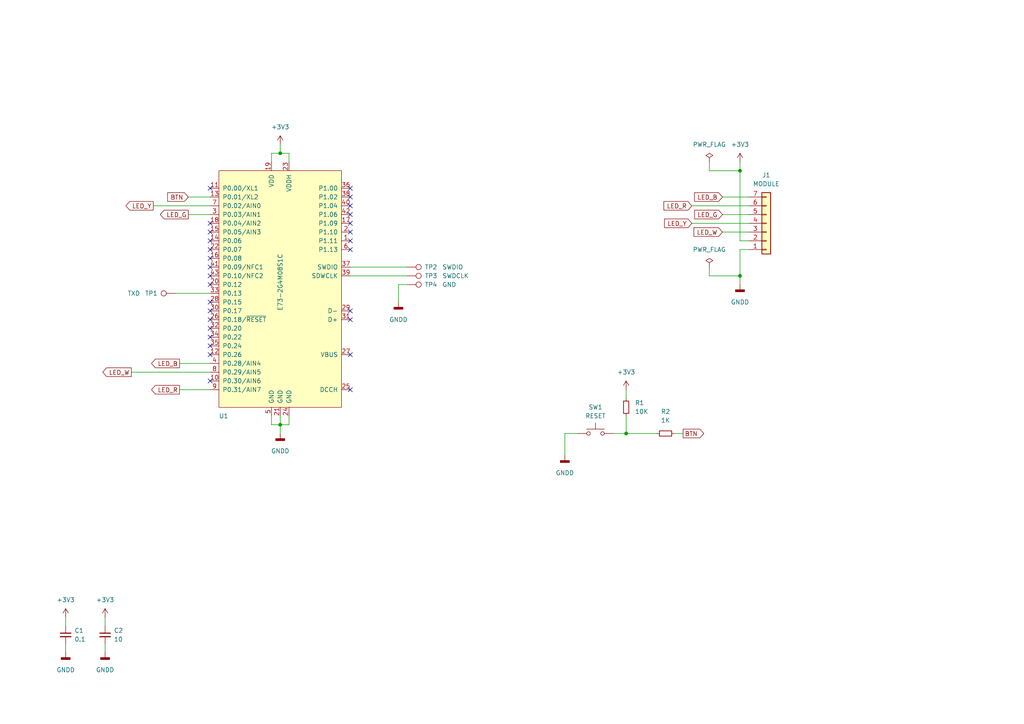
<source format=kicad_sch>
(kicad_sch (version 20211123) (generator eeschema)

  (uuid d4f8d1d6-079b-480f-a05d-f8203c120dc7)

  (paper "A4")

  (lib_symbols
    (symbol "Connector:TestPoint" (pin_numbers hide) (pin_names (offset 0.762) hide) (in_bom yes) (on_board yes)
      (property "Reference" "TP" (id 0) (at 0 6.858 0)
        (effects (font (size 1.27 1.27)))
      )
      (property "Value" "TestPoint" (id 1) (at 0 5.08 0)
        (effects (font (size 1.27 1.27)))
      )
      (property "Footprint" "" (id 2) (at 5.08 0 0)
        (effects (font (size 1.27 1.27)) hide)
      )
      (property "Datasheet" "~" (id 3) (at 5.08 0 0)
        (effects (font (size 1.27 1.27)) hide)
      )
      (property "ki_keywords" "test point tp" (id 4) (at 0 0 0)
        (effects (font (size 1.27 1.27)) hide)
      )
      (property "ki_description" "test point" (id 5) (at 0 0 0)
        (effects (font (size 1.27 1.27)) hide)
      )
      (property "ki_fp_filters" "Pin* Test*" (id 6) (at 0 0 0)
        (effects (font (size 1.27 1.27)) hide)
      )
      (symbol "TestPoint_0_1"
        (circle (center 0 3.302) (radius 0.762)
          (stroke (width 0) (type default) (color 0 0 0 0))
          (fill (type none))
        )
      )
      (symbol "TestPoint_1_1"
        (pin passive line (at 0 0 90) (length 2.54)
          (name "1" (effects (font (size 1.27 1.27))))
          (number "1" (effects (font (size 1.27 1.27))))
        )
      )
    )
    (symbol "Connector_Generic:Conn_01x07" (pin_names (offset 1.016) hide) (in_bom yes) (on_board yes)
      (property "Reference" "J" (id 0) (at 0 10.16 0)
        (effects (font (size 1.27 1.27)))
      )
      (property "Value" "Conn_01x07" (id 1) (at 0 -10.16 0)
        (effects (font (size 1.27 1.27)))
      )
      (property "Footprint" "" (id 2) (at 0 0 0)
        (effects (font (size 1.27 1.27)) hide)
      )
      (property "Datasheet" "~" (id 3) (at 0 0 0)
        (effects (font (size 1.27 1.27)) hide)
      )
      (property "ki_keywords" "connector" (id 4) (at 0 0 0)
        (effects (font (size 1.27 1.27)) hide)
      )
      (property "ki_description" "Generic connector, single row, 01x07, script generated (kicad-library-utils/schlib/autogen/connector/)" (id 5) (at 0 0 0)
        (effects (font (size 1.27 1.27)) hide)
      )
      (property "ki_fp_filters" "Connector*:*_1x??_*" (id 6) (at 0 0 0)
        (effects (font (size 1.27 1.27)) hide)
      )
      (symbol "Conn_01x07_1_1"
        (rectangle (start -1.27 -7.493) (end 0 -7.747)
          (stroke (width 0.1524) (type default) (color 0 0 0 0))
          (fill (type none))
        )
        (rectangle (start -1.27 -4.953) (end 0 -5.207)
          (stroke (width 0.1524) (type default) (color 0 0 0 0))
          (fill (type none))
        )
        (rectangle (start -1.27 -2.413) (end 0 -2.667)
          (stroke (width 0.1524) (type default) (color 0 0 0 0))
          (fill (type none))
        )
        (rectangle (start -1.27 0.127) (end 0 -0.127)
          (stroke (width 0.1524) (type default) (color 0 0 0 0))
          (fill (type none))
        )
        (rectangle (start -1.27 2.667) (end 0 2.413)
          (stroke (width 0.1524) (type default) (color 0 0 0 0))
          (fill (type none))
        )
        (rectangle (start -1.27 5.207) (end 0 4.953)
          (stroke (width 0.1524) (type default) (color 0 0 0 0))
          (fill (type none))
        )
        (rectangle (start -1.27 7.747) (end 0 7.493)
          (stroke (width 0.1524) (type default) (color 0 0 0 0))
          (fill (type none))
        )
        (rectangle (start -1.27 8.89) (end 1.27 -8.89)
          (stroke (width 0.254) (type default) (color 0 0 0 0))
          (fill (type background))
        )
        (pin passive line (at -5.08 7.62 0) (length 3.81)
          (name "Pin_1" (effects (font (size 1.27 1.27))))
          (number "1" (effects (font (size 1.27 1.27))))
        )
        (pin passive line (at -5.08 5.08 0) (length 3.81)
          (name "Pin_2" (effects (font (size 1.27 1.27))))
          (number "2" (effects (font (size 1.27 1.27))))
        )
        (pin passive line (at -5.08 2.54 0) (length 3.81)
          (name "Pin_3" (effects (font (size 1.27 1.27))))
          (number "3" (effects (font (size 1.27 1.27))))
        )
        (pin passive line (at -5.08 0 0) (length 3.81)
          (name "Pin_4" (effects (font (size 1.27 1.27))))
          (number "4" (effects (font (size 1.27 1.27))))
        )
        (pin passive line (at -5.08 -2.54 0) (length 3.81)
          (name "Pin_5" (effects (font (size 1.27 1.27))))
          (number "5" (effects (font (size 1.27 1.27))))
        )
        (pin passive line (at -5.08 -5.08 0) (length 3.81)
          (name "Pin_6" (effects (font (size 1.27 1.27))))
          (number "6" (effects (font (size 1.27 1.27))))
        )
        (pin passive line (at -5.08 -7.62 0) (length 3.81)
          (name "Pin_7" (effects (font (size 1.27 1.27))))
          (number "7" (effects (font (size 1.27 1.27))))
        )
      )
    )
    (symbol "Device:C_Small" (pin_numbers hide) (pin_names (offset 0.254) hide) (in_bom yes) (on_board yes)
      (property "Reference" "C" (id 0) (at 0.254 1.778 0)
        (effects (font (size 1.27 1.27)) (justify left))
      )
      (property "Value" "C_Small" (id 1) (at 0.254 -2.032 0)
        (effects (font (size 1.27 1.27)) (justify left))
      )
      (property "Footprint" "" (id 2) (at 0 0 0)
        (effects (font (size 1.27 1.27)) hide)
      )
      (property "Datasheet" "~" (id 3) (at 0 0 0)
        (effects (font (size 1.27 1.27)) hide)
      )
      (property "ki_keywords" "capacitor cap" (id 4) (at 0 0 0)
        (effects (font (size 1.27 1.27)) hide)
      )
      (property "ki_description" "Unpolarized capacitor, small symbol" (id 5) (at 0 0 0)
        (effects (font (size 1.27 1.27)) hide)
      )
      (property "ki_fp_filters" "C_*" (id 6) (at 0 0 0)
        (effects (font (size 1.27 1.27)) hide)
      )
      (symbol "C_Small_0_1"
        (polyline
          (pts
            (xy -1.524 -0.508)
            (xy 1.524 -0.508)
          )
          (stroke (width 0.3302) (type default) (color 0 0 0 0))
          (fill (type none))
        )
        (polyline
          (pts
            (xy -1.524 0.508)
            (xy 1.524 0.508)
          )
          (stroke (width 0.3048) (type default) (color 0 0 0 0))
          (fill (type none))
        )
      )
      (symbol "C_Small_1_1"
        (pin passive line (at 0 2.54 270) (length 2.032)
          (name "~" (effects (font (size 1.27 1.27))))
          (number "1" (effects (font (size 1.27 1.27))))
        )
        (pin passive line (at 0 -2.54 90) (length 2.032)
          (name "~" (effects (font (size 1.27 1.27))))
          (number "2" (effects (font (size 1.27 1.27))))
        )
      )
    )
    (symbol "Device:R_Small" (pin_numbers hide) (pin_names (offset 0.254) hide) (in_bom yes) (on_board yes)
      (property "Reference" "R" (id 0) (at 0.762 0.508 0)
        (effects (font (size 1.27 1.27)) (justify left))
      )
      (property "Value" "R_Small" (id 1) (at 0.762 -1.016 0)
        (effects (font (size 1.27 1.27)) (justify left))
      )
      (property "Footprint" "" (id 2) (at 0 0 0)
        (effects (font (size 1.27 1.27)) hide)
      )
      (property "Datasheet" "~" (id 3) (at 0 0 0)
        (effects (font (size 1.27 1.27)) hide)
      )
      (property "ki_keywords" "R resistor" (id 4) (at 0 0 0)
        (effects (font (size 1.27 1.27)) hide)
      )
      (property "ki_description" "Resistor, small symbol" (id 5) (at 0 0 0)
        (effects (font (size 1.27 1.27)) hide)
      )
      (property "ki_fp_filters" "R_*" (id 6) (at 0 0 0)
        (effects (font (size 1.27 1.27)) hide)
      )
      (symbol "R_Small_0_1"
        (rectangle (start -0.762 1.778) (end 0.762 -1.778)
          (stroke (width 0.2032) (type default) (color 0 0 0 0))
          (fill (type none))
        )
      )
      (symbol "R_Small_1_1"
        (pin passive line (at 0 2.54 270) (length 0.762)
          (name "~" (effects (font (size 1.27 1.27))))
          (number "1" (effects (font (size 1.27 1.27))))
        )
        (pin passive line (at 0 -2.54 90) (length 0.762)
          (name "~" (effects (font (size 1.27 1.27))))
          (number "2" (effects (font (size 1.27 1.27))))
        )
      )
    )
    (symbol "Switch:SW_Push" (pin_numbers hide) (pin_names (offset 1.016) hide) (in_bom yes) (on_board yes)
      (property "Reference" "SW" (id 0) (at 1.27 2.54 0)
        (effects (font (size 1.27 1.27)) (justify left))
      )
      (property "Value" "SW_Push" (id 1) (at 0 -1.524 0)
        (effects (font (size 1.27 1.27)))
      )
      (property "Footprint" "" (id 2) (at 0 5.08 0)
        (effects (font (size 1.27 1.27)) hide)
      )
      (property "Datasheet" "~" (id 3) (at 0 5.08 0)
        (effects (font (size 1.27 1.27)) hide)
      )
      (property "ki_keywords" "switch normally-open pushbutton push-button" (id 4) (at 0 0 0)
        (effects (font (size 1.27 1.27)) hide)
      )
      (property "ki_description" "Push button switch, generic, two pins" (id 5) (at 0 0 0)
        (effects (font (size 1.27 1.27)) hide)
      )
      (symbol "SW_Push_0_1"
        (circle (center -2.032 0) (radius 0.508)
          (stroke (width 0) (type default) (color 0 0 0 0))
          (fill (type none))
        )
        (polyline
          (pts
            (xy 0 1.27)
            (xy 0 3.048)
          )
          (stroke (width 0) (type default) (color 0 0 0 0))
          (fill (type none))
        )
        (polyline
          (pts
            (xy 2.54 1.27)
            (xy -2.54 1.27)
          )
          (stroke (width 0) (type default) (color 0 0 0 0))
          (fill (type none))
        )
        (circle (center 2.032 0) (radius 0.508)
          (stroke (width 0) (type default) (color 0 0 0 0))
          (fill (type none))
        )
        (pin passive line (at -5.08 0 0) (length 2.54)
          (name "1" (effects (font (size 1.27 1.27))))
          (number "1" (effects (font (size 1.27 1.27))))
        )
        (pin passive line (at 5.08 0 180) (length 2.54)
          (name "2" (effects (font (size 1.27 1.27))))
          (number "2" (effects (font (size 1.27 1.27))))
        )
      )
    )
    (symbol "nrf5:E73-2G4M08S1C" (pin_names (offset 1.016)) (in_bom yes) (on_board yes)
      (property "Reference" "U" (id 0) (at -15.24 -38.1 0)
        (effects (font (size 1.27 1.27)))
      )
      (property "Value" "E73-2G4M08S1C" (id 1) (at 0 0 90)
        (effects (font (size 1.27 1.27)))
      )
      (property "Footprint" "" (id 2) (at 0 0 0)
        (effects (font (size 1.27 1.27)) hide)
      )
      (property "Datasheet" "" (id 3) (at 0 0 0)
        (effects (font (size 1.27 1.27)) hide)
      )
      (property "ki_fp_filters" "E73-2G4M08S1C" (id 4) (at 0 0 0)
        (effects (font (size 1.27 1.27)) hide)
      )
      (symbol "E73-2G4M08S1C_0_1"
        (rectangle (start -17.78 33.02) (end 17.78 -35.56)
          (stroke (width 0) (type default) (color 0 0 0 0))
          (fill (type background))
        )
      )
      (symbol "E73-2G4M08S1C_1_1"
        (pin bidirectional line (at 20.32 12.7 180) (length 2.54)
          (name "P1.11" (effects (font (size 1.27 1.27))))
          (number "1" (effects (font (size 1.27 1.27))))
        )
        (pin bidirectional line (at -20.32 -27.94 0) (length 2.54)
          (name "P0.30/AIN6" (effects (font (size 1.27 1.27))))
          (number "10" (effects (font (size 1.27 1.27))))
        )
        (pin bidirectional line (at -20.32 27.94 0) (length 2.54)
          (name "P0.00/XL1" (effects (font (size 1.27 1.27))))
          (number "11" (effects (font (size 1.27 1.27))))
        )
        (pin bidirectional line (at -20.32 -20.32 0) (length 2.54)
          (name "P0.26" (effects (font (size 1.27 1.27))))
          (number "12" (effects (font (size 1.27 1.27))))
        )
        (pin bidirectional line (at -20.32 25.4 0) (length 2.54)
          (name "P0.01/XL2" (effects (font (size 1.27 1.27))))
          (number "13" (effects (font (size 1.27 1.27))))
        )
        (pin bidirectional line (at -20.32 12.7 0) (length 2.54)
          (name "P0.06" (effects (font (size 1.27 1.27))))
          (number "14" (effects (font (size 1.27 1.27))))
        )
        (pin bidirectional line (at -20.32 15.24 0) (length 2.54)
          (name "P0.05/AIN3" (effects (font (size 1.27 1.27))))
          (number "15" (effects (font (size 1.27 1.27))))
        )
        (pin bidirectional line (at -20.32 7.62 0) (length 2.54)
          (name "P0.08" (effects (font (size 1.27 1.27))))
          (number "16" (effects (font (size 1.27 1.27))))
        )
        (pin bidirectional line (at 20.32 17.78 180) (length 2.54)
          (name "P1.09" (effects (font (size 1.27 1.27))))
          (number "17" (effects (font (size 1.27 1.27))))
        )
        (pin bidirectional line (at -20.32 17.78 0) (length 2.54)
          (name "P0.04/AIN2" (effects (font (size 1.27 1.27))))
          (number "18" (effects (font (size 1.27 1.27))))
        )
        (pin power_in line (at -2.54 35.56 270) (length 2.54)
          (name "VDD" (effects (font (size 1.27 1.27))))
          (number "19" (effects (font (size 1.27 1.27))))
        )
        (pin bidirectional line (at 20.32 15.24 180) (length 2.54)
          (name "P1.10" (effects (font (size 1.27 1.27))))
          (number "2" (effects (font (size 1.27 1.27))))
        )
        (pin bidirectional line (at -20.32 0 0) (length 2.54)
          (name "P0.12" (effects (font (size 1.27 1.27))))
          (number "20" (effects (font (size 1.27 1.27))))
        )
        (pin power_in line (at 0 -38.1 90) (length 2.54)
          (name "GND" (effects (font (size 1.27 1.27))))
          (number "21" (effects (font (size 1.27 1.27))))
        )
        (pin bidirectional line (at -20.32 10.16 0) (length 2.54)
          (name "P0.07" (effects (font (size 1.27 1.27))))
          (number "22" (effects (font (size 1.27 1.27))))
        )
        (pin power_in line (at 2.54 35.56 270) (length 2.54)
          (name "VDDH" (effects (font (size 1.27 1.27))))
          (number "23" (effects (font (size 1.27 1.27))))
        )
        (pin power_in line (at 2.54 -38.1 90) (length 2.54)
          (name "GND" (effects (font (size 1.27 1.27))))
          (number "24" (effects (font (size 1.27 1.27))))
        )
        (pin power_out line (at 20.32 -30.48 180) (length 2.54)
          (name "DCCH" (effects (font (size 1.27 1.27))))
          (number "25" (effects (font (size 1.27 1.27))))
        )
        (pin bidirectional line (at -20.32 -10.16 0) (length 2.54)
          (name "P0.18/~{RESET}" (effects (font (size 1.27 1.27))))
          (number "26" (effects (font (size 1.27 1.27))))
        )
        (pin power_in line (at 20.32 -20.32 180) (length 2.54)
          (name "VBUS" (effects (font (size 1.27 1.27))))
          (number "27" (effects (font (size 1.27 1.27))))
        )
        (pin bidirectional line (at -20.32 -5.08 0) (length 2.54)
          (name "P0.15" (effects (font (size 1.27 1.27))))
          (number "28" (effects (font (size 1.27 1.27))))
        )
        (pin bidirectional line (at 20.32 -7.62 180) (length 2.54)
          (name "D-" (effects (font (size 1.27 1.27))))
          (number "29" (effects (font (size 1.27 1.27))))
        )
        (pin bidirectional line (at -20.32 20.32 0) (length 2.54)
          (name "P0.03/AIN1" (effects (font (size 1.27 1.27))))
          (number "3" (effects (font (size 1.27 1.27))))
        )
        (pin bidirectional line (at -20.32 -7.62 0) (length 2.54)
          (name "P0.17" (effects (font (size 1.27 1.27))))
          (number "30" (effects (font (size 1.27 1.27))))
        )
        (pin bidirectional line (at 20.32 -10.16 180) (length 2.54)
          (name "D+" (effects (font (size 1.27 1.27))))
          (number "31" (effects (font (size 1.27 1.27))))
        )
        (pin bidirectional line (at -20.32 -12.7 0) (length 2.54)
          (name "P0.20" (effects (font (size 1.27 1.27))))
          (number "32" (effects (font (size 1.27 1.27))))
        )
        (pin bidirectional line (at -20.32 -2.54 0) (length 2.54)
          (name "P0.13" (effects (font (size 1.27 1.27))))
          (number "33" (effects (font (size 1.27 1.27))))
        )
        (pin bidirectional line (at -20.32 -15.24 0) (length 2.54)
          (name "P0.22" (effects (font (size 1.27 1.27))))
          (number "34" (effects (font (size 1.27 1.27))))
        )
        (pin bidirectional line (at -20.32 -17.78 0) (length 2.54)
          (name "P0.24" (effects (font (size 1.27 1.27))))
          (number "35" (effects (font (size 1.27 1.27))))
        )
        (pin bidirectional line (at 20.32 27.94 180) (length 2.54)
          (name "P1.00" (effects (font (size 1.27 1.27))))
          (number "36" (effects (font (size 1.27 1.27))))
        )
        (pin bidirectional line (at 20.32 5.08 180) (length 2.54)
          (name "SWDIO" (effects (font (size 1.27 1.27))))
          (number "37" (effects (font (size 1.27 1.27))))
        )
        (pin bidirectional line (at 20.32 25.4 180) (length 2.54)
          (name "P1.02" (effects (font (size 1.27 1.27))))
          (number "38" (effects (font (size 1.27 1.27))))
        )
        (pin input line (at 20.32 2.54 180) (length 2.54)
          (name "SDWCLK" (effects (font (size 1.27 1.27))))
          (number "39" (effects (font (size 1.27 1.27))))
        )
        (pin bidirectional line (at -20.32 -22.86 0) (length 2.54)
          (name "P0.28/AIN4" (effects (font (size 1.27 1.27))))
          (number "4" (effects (font (size 1.27 1.27))))
        )
        (pin bidirectional line (at 20.32 22.86 180) (length 2.54)
          (name "P1.04" (effects (font (size 1.27 1.27))))
          (number "40" (effects (font (size 1.27 1.27))))
        )
        (pin bidirectional line (at -20.32 5.08 0) (length 2.54)
          (name "P0.09/NFC1" (effects (font (size 1.27 1.27))))
          (number "41" (effects (font (size 1.27 1.27))))
        )
        (pin bidirectional line (at 20.32 20.32 180) (length 2.54)
          (name "P1.06" (effects (font (size 1.27 1.27))))
          (number "42" (effects (font (size 1.27 1.27))))
        )
        (pin bidirectional line (at -20.32 2.54 0) (length 2.54)
          (name "P0.10/NFC2" (effects (font (size 1.27 1.27))))
          (number "43" (effects (font (size 1.27 1.27))))
        )
        (pin power_in line (at -2.54 -38.1 90) (length 2.54)
          (name "GND" (effects (font (size 1.27 1.27))))
          (number "5" (effects (font (size 1.27 1.27))))
        )
        (pin bidirectional line (at 20.32 10.16 180) (length 2.54)
          (name "P1.13" (effects (font (size 1.27 1.27))))
          (number "6" (effects (font (size 1.27 1.27))))
        )
        (pin bidirectional line (at -20.32 22.86 0) (length 2.54)
          (name "P0.02/AIN0" (effects (font (size 1.27 1.27))))
          (number "7" (effects (font (size 1.27 1.27))))
        )
        (pin bidirectional line (at -20.32 -25.4 0) (length 2.54)
          (name "P0.29/AIN5" (effects (font (size 1.27 1.27))))
          (number "8" (effects (font (size 1.27 1.27))))
        )
        (pin bidirectional line (at -20.32 -30.48 0) (length 2.54)
          (name "P0.31/AIN7" (effects (font (size 1.27 1.27))))
          (number "9" (effects (font (size 1.27 1.27))))
        )
      )
    )
    (symbol "power:+3.3V" (power) (pin_names (offset 0)) (in_bom yes) (on_board yes)
      (property "Reference" "#PWR" (id 0) (at 0 -3.81 0)
        (effects (font (size 1.27 1.27)) hide)
      )
      (property "Value" "+3.3V" (id 1) (at 0 3.556 0)
        (effects (font (size 1.27 1.27)))
      )
      (property "Footprint" "" (id 2) (at 0 0 0)
        (effects (font (size 1.27 1.27)) hide)
      )
      (property "Datasheet" "" (id 3) (at 0 0 0)
        (effects (font (size 1.27 1.27)) hide)
      )
      (property "ki_keywords" "power-flag" (id 4) (at 0 0 0)
        (effects (font (size 1.27 1.27)) hide)
      )
      (property "ki_description" "Power symbol creates a global label with name \"+3.3V\"" (id 5) (at 0 0 0)
        (effects (font (size 1.27 1.27)) hide)
      )
      (symbol "+3.3V_0_1"
        (polyline
          (pts
            (xy -0.762 1.27)
            (xy 0 2.54)
          )
          (stroke (width 0) (type default) (color 0 0 0 0))
          (fill (type none))
        )
        (polyline
          (pts
            (xy 0 0)
            (xy 0 2.54)
          )
          (stroke (width 0) (type default) (color 0 0 0 0))
          (fill (type none))
        )
        (polyline
          (pts
            (xy 0 2.54)
            (xy 0.762 1.27)
          )
          (stroke (width 0) (type default) (color 0 0 0 0))
          (fill (type none))
        )
      )
      (symbol "+3.3V_1_1"
        (pin power_in line (at 0 0 90) (length 0) hide
          (name "+3V3" (effects (font (size 1.27 1.27))))
          (number "1" (effects (font (size 1.27 1.27))))
        )
      )
    )
    (symbol "power:GNDD" (power) (pin_names (offset 0)) (in_bom yes) (on_board yes)
      (property "Reference" "#PWR" (id 0) (at 0 -6.35 0)
        (effects (font (size 1.27 1.27)) hide)
      )
      (property "Value" "GNDD" (id 1) (at 0 -3.175 0)
        (effects (font (size 1.27 1.27)))
      )
      (property "Footprint" "" (id 2) (at 0 0 0)
        (effects (font (size 1.27 1.27)) hide)
      )
      (property "Datasheet" "" (id 3) (at 0 0 0)
        (effects (font (size 1.27 1.27)) hide)
      )
      (property "ki_keywords" "power-flag" (id 4) (at 0 0 0)
        (effects (font (size 1.27 1.27)) hide)
      )
      (property "ki_description" "Power symbol creates a global label with name \"GNDD\" , digital ground" (id 5) (at 0 0 0)
        (effects (font (size 1.27 1.27)) hide)
      )
      (symbol "GNDD_0_1"
        (rectangle (start -1.27 -1.524) (end 1.27 -2.032)
          (stroke (width 0.254) (type default) (color 0 0 0 0))
          (fill (type outline))
        )
        (polyline
          (pts
            (xy 0 0)
            (xy 0 -1.524)
          )
          (stroke (width 0) (type default) (color 0 0 0 0))
          (fill (type none))
        )
      )
      (symbol "GNDD_1_1"
        (pin power_in line (at 0 0 270) (length 0) hide
          (name "GNDD" (effects (font (size 1.27 1.27))))
          (number "1" (effects (font (size 1.27 1.27))))
        )
      )
    )
    (symbol "power:PWR_FLAG" (power) (pin_numbers hide) (pin_names (offset 0) hide) (in_bom yes) (on_board yes)
      (property "Reference" "#FLG" (id 0) (at 0 1.905 0)
        (effects (font (size 1.27 1.27)) hide)
      )
      (property "Value" "PWR_FLAG" (id 1) (at 0 3.81 0)
        (effects (font (size 1.27 1.27)))
      )
      (property "Footprint" "" (id 2) (at 0 0 0)
        (effects (font (size 1.27 1.27)) hide)
      )
      (property "Datasheet" "~" (id 3) (at 0 0 0)
        (effects (font (size 1.27 1.27)) hide)
      )
      (property "ki_keywords" "power-flag" (id 4) (at 0 0 0)
        (effects (font (size 1.27 1.27)) hide)
      )
      (property "ki_description" "Special symbol for telling ERC where power comes from" (id 5) (at 0 0 0)
        (effects (font (size 1.27 1.27)) hide)
      )
      (symbol "PWR_FLAG_0_0"
        (pin power_out line (at 0 0 90) (length 0)
          (name "pwr" (effects (font (size 1.27 1.27))))
          (number "1" (effects (font (size 1.27 1.27))))
        )
      )
      (symbol "PWR_FLAG_0_1"
        (polyline
          (pts
            (xy 0 0)
            (xy 0 1.27)
            (xy -1.016 1.905)
            (xy 0 2.54)
            (xy 1.016 1.905)
            (xy 0 1.27)
          )
          (stroke (width 0) (type default) (color 0 0 0 0))
          (fill (type none))
        )
      )
    )
  )

  (junction (at 81.28 123.19) (diameter 0) (color 0 0 0 0)
    (uuid 0418cca5-cbfb-4aed-b9b5-fba055b6b59f)
  )
  (junction (at 214.63 49.53) (diameter 0) (color 0 0 0 0)
    (uuid 490168ee-9fd1-4aae-a30b-c85f4230faec)
  )
  (junction (at 214.63 80.01) (diameter 0) (color 0 0 0 0)
    (uuid 6c04b56a-2f53-4780-8490-ca4ca334564c)
  )
  (junction (at 181.61 125.73) (diameter 0) (color 0 0 0 0)
    (uuid 96547af7-71cc-46a1-a7ab-f630b8e3e742)
  )
  (junction (at 81.28 44.45) (diameter 0) (color 0 0 0 0)
    (uuid f1cf1fbb-bcc9-4e53-bee1-1deb0e036ee9)
  )

  (no_connect (at 101.6 62.23) (uuid 219b8a97-6dc8-48c9-b9de-61c9806bb824))
  (no_connect (at 101.6 67.31) (uuid 219b8a97-6dc8-48c9-b9de-61c9806bb825))
  (no_connect (at 101.6 64.77) (uuid 219b8a97-6dc8-48c9-b9de-61c9806bb826))
  (no_connect (at 101.6 54.61) (uuid 219b8a97-6dc8-48c9-b9de-61c9806bb827))
  (no_connect (at 101.6 59.69) (uuid 219b8a97-6dc8-48c9-b9de-61c9806bb828))
  (no_connect (at 101.6 57.15) (uuid 219b8a97-6dc8-48c9-b9de-61c9806bb829))
  (no_connect (at 101.6 92.71) (uuid 219b8a97-6dc8-48c9-b9de-61c9806bb82a))
  (no_connect (at 101.6 90.17) (uuid 219b8a97-6dc8-48c9-b9de-61c9806bb82b))
  (no_connect (at 101.6 72.39) (uuid 219b8a97-6dc8-48c9-b9de-61c9806bb82e))
  (no_connect (at 101.6 69.85) (uuid 219b8a97-6dc8-48c9-b9de-61c9806bb82f))
  (no_connect (at 60.96 92.71) (uuid 6c67f2e6-0fe0-42f2-a1fe-35eb57917b56))
  (no_connect (at 101.6 113.03) (uuid d6b43ac8-2828-4b5a-9958-5d5cf926449c))
  (no_connect (at 101.6 102.87) (uuid d6b43ac8-2828-4b5a-9958-5d5cf926449d))
  (no_connect (at 60.96 54.61) (uuid fd626d1b-7066-4bf3-bc56-83eb831ee09c))
  (no_connect (at 60.96 74.93) (uuid fd626d1b-7066-4bf3-bc56-83eb831ee09c))
  (no_connect (at 60.96 77.47) (uuid fd626d1b-7066-4bf3-bc56-83eb831ee09c))
  (no_connect (at 60.96 80.01) (uuid fd626d1b-7066-4bf3-bc56-83eb831ee09c))
  (no_connect (at 60.96 82.55) (uuid fd626d1b-7066-4bf3-bc56-83eb831ee09c))
  (no_connect (at 60.96 87.63) (uuid fd626d1b-7066-4bf3-bc56-83eb831ee09c))
  (no_connect (at 60.96 90.17) (uuid fd626d1b-7066-4bf3-bc56-83eb831ee09c))
  (no_connect (at 60.96 64.77) (uuid fd626d1b-7066-4bf3-bc56-83eb831ee09c))
  (no_connect (at 60.96 67.31) (uuid fd626d1b-7066-4bf3-bc56-83eb831ee09c))
  (no_connect (at 60.96 69.85) (uuid fd626d1b-7066-4bf3-bc56-83eb831ee09c))
  (no_connect (at 60.96 72.39) (uuid fd626d1b-7066-4bf3-bc56-83eb831ee09c))
  (no_connect (at 60.96 95.25) (uuid fd626d1b-7066-4bf3-bc56-83eb831ee09c))
  (no_connect (at 60.96 97.79) (uuid fd626d1b-7066-4bf3-bc56-83eb831ee09c))
  (no_connect (at 60.96 100.33) (uuid fd626d1b-7066-4bf3-bc56-83eb831ee09c))
  (no_connect (at 60.96 102.87) (uuid fd626d1b-7066-4bf3-bc56-83eb831ee09c))
  (no_connect (at 60.96 110.49) (uuid fd626d1b-7066-4bf3-bc56-83eb831ee09c))

  (wire (pts (xy 54.61 62.23) (xy 60.96 62.23))
    (stroke (width 0) (type default) (color 0 0 0 0))
    (uuid 01de6145-2e02-4aeb-8134-a8ad1f76eb95)
  )
  (wire (pts (xy 78.74 46.99) (xy 78.74 44.45))
    (stroke (width 0) (type default) (color 0 0 0 0))
    (uuid 069c7a68-791c-482d-a3f0-5afa63d801c8)
  )
  (wire (pts (xy 181.61 125.73) (xy 190.5 125.73))
    (stroke (width 0) (type default) (color 0 0 0 0))
    (uuid 16519743-98c0-48bd-b81a-fc062c957e0c)
  )
  (wire (pts (xy 83.82 120.65) (xy 83.82 123.19))
    (stroke (width 0) (type default) (color 0 0 0 0))
    (uuid 167ff789-d8b1-4271-b562-5e44b05afa9e)
  )
  (wire (pts (xy 217.17 72.39) (xy 214.63 72.39))
    (stroke (width 0) (type default) (color 0 0 0 0))
    (uuid 1d7a0db0-1e34-4afd-90b9-1fa200dff340)
  )
  (wire (pts (xy 214.63 46.99) (xy 214.63 49.53))
    (stroke (width 0) (type default) (color 0 0 0 0))
    (uuid 1dd52c0d-fca4-40e3-a66e-63a630188b65)
  )
  (wire (pts (xy 214.63 72.39) (xy 214.63 80.01))
    (stroke (width 0) (type default) (color 0 0 0 0))
    (uuid 1f834229-509b-436e-bb36-3bd0f28f89a5)
  )
  (wire (pts (xy 38.1 107.95) (xy 60.96 107.95))
    (stroke (width 0) (type default) (color 0 0 0 0))
    (uuid 26130c3b-ee88-46f8-9ebf-5f90b47080ea)
  )
  (wire (pts (xy 163.83 125.73) (xy 167.64 125.73))
    (stroke (width 0) (type default) (color 0 0 0 0))
    (uuid 263a6f28-9214-45d9-a55f-cb30b5296982)
  )
  (wire (pts (xy 54.61 57.15) (xy 60.96 57.15))
    (stroke (width 0) (type default) (color 0 0 0 0))
    (uuid 2ae379cd-06f4-49c7-81d4-dc55f5df805e)
  )
  (wire (pts (xy 118.11 80.01) (xy 101.6 80.01))
    (stroke (width 0) (type default) (color 0 0 0 0))
    (uuid 368fa939-8cc0-44ee-80da-e1d9d7ffb403)
  )
  (wire (pts (xy 209.55 67.31) (xy 217.17 67.31))
    (stroke (width 0) (type default) (color 0 0 0 0))
    (uuid 39375329-c9cf-4611-99fe-dd5c6de057c2)
  )
  (wire (pts (xy 181.61 120.65) (xy 181.61 125.73))
    (stroke (width 0) (type default) (color 0 0 0 0))
    (uuid 3a9c6f54-312e-444b-b856-b814753ca870)
  )
  (wire (pts (xy 205.74 46.99) (xy 205.74 49.53))
    (stroke (width 0) (type default) (color 0 0 0 0))
    (uuid 3b591fd9-78aa-4103-bb00-f78bc8d28e77)
  )
  (wire (pts (xy 217.17 69.85) (xy 214.63 69.85))
    (stroke (width 0) (type default) (color 0 0 0 0))
    (uuid 3db993b2-028e-4fe5-ae77-9af003e87612)
  )
  (wire (pts (xy 198.12 125.73) (xy 195.58 125.73))
    (stroke (width 0) (type default) (color 0 0 0 0))
    (uuid 3ddbb270-c234-4b80-9514-32e5719dcd0e)
  )
  (wire (pts (xy 81.28 123.19) (xy 81.28 125.73))
    (stroke (width 0) (type default) (color 0 0 0 0))
    (uuid 402573cf-7f6b-4bb4-b015-c9170618bf77)
  )
  (wire (pts (xy 177.8 125.73) (xy 181.61 125.73))
    (stroke (width 0) (type default) (color 0 0 0 0))
    (uuid 45ac4c2c-b129-4b0d-9e6d-a853dfd93ea3)
  )
  (wire (pts (xy 52.07 105.41) (xy 60.96 105.41))
    (stroke (width 0) (type default) (color 0 0 0 0))
    (uuid 51fdf91d-e75d-439e-8b7a-d1ea81a5a642)
  )
  (wire (pts (xy 30.48 179.07) (xy 30.48 181.61))
    (stroke (width 0) (type default) (color 0 0 0 0))
    (uuid 58c0a46c-e730-4a99-9a93-bcbe56027414)
  )
  (wire (pts (xy 81.28 120.65) (xy 81.28 123.19))
    (stroke (width 0) (type default) (color 0 0 0 0))
    (uuid 5e28a760-ec10-48f7-9643-ebc2ed1ffd72)
  )
  (wire (pts (xy 118.11 77.47) (xy 101.6 77.47))
    (stroke (width 0) (type default) (color 0 0 0 0))
    (uuid 5e959deb-602d-473b-baf3-ee8fe0124e81)
  )
  (wire (pts (xy 44.45 59.69) (xy 60.96 59.69))
    (stroke (width 0) (type default) (color 0 0 0 0))
    (uuid 635bee7e-8470-405a-a08e-6f0bbf7e6418)
  )
  (wire (pts (xy 78.74 123.19) (xy 81.28 123.19))
    (stroke (width 0) (type default) (color 0 0 0 0))
    (uuid 65803186-e1f0-4952-ab15-9bff23084ee5)
  )
  (wire (pts (xy 118.11 82.55) (xy 115.57 82.55))
    (stroke (width 0) (type default) (color 0 0 0 0))
    (uuid 6c2bd8ae-2c0f-4488-a998-86e76b0c928a)
  )
  (wire (pts (xy 52.07 113.03) (xy 60.96 113.03))
    (stroke (width 0) (type default) (color 0 0 0 0))
    (uuid 73afb426-6c75-4d00-914f-62856379a652)
  )
  (wire (pts (xy 209.55 57.15) (xy 217.17 57.15))
    (stroke (width 0) (type default) (color 0 0 0 0))
    (uuid 75aaa758-c71e-4301-9dfe-aaf75724b73a)
  )
  (wire (pts (xy 19.05 179.07) (xy 19.05 181.61))
    (stroke (width 0) (type default) (color 0 0 0 0))
    (uuid 774f46fe-2fc8-46ce-a57b-e150b6658604)
  )
  (wire (pts (xy 83.82 44.45) (xy 83.82 46.99))
    (stroke (width 0) (type default) (color 0 0 0 0))
    (uuid 7ce5ff3b-2e91-4adf-84b1-a618d6305374)
  )
  (wire (pts (xy 115.57 82.55) (xy 115.57 87.63))
    (stroke (width 0) (type default) (color 0 0 0 0))
    (uuid 827377c4-b50d-4bf3-8ce0-a5283df8a360)
  )
  (wire (pts (xy 81.28 123.19) (xy 83.82 123.19))
    (stroke (width 0) (type default) (color 0 0 0 0))
    (uuid 90de8b10-db90-4d56-be90-af78a68e82ad)
  )
  (wire (pts (xy 205.74 77.47) (xy 205.74 80.01))
    (stroke (width 0) (type default) (color 0 0 0 0))
    (uuid 9fe5dca1-f0ec-4716-a538-4943f5e2bd89)
  )
  (wire (pts (xy 163.83 132.08) (xy 163.83 125.73))
    (stroke (width 0) (type default) (color 0 0 0 0))
    (uuid a36c7a7f-9d6b-4ae0-9491-25b8e3de0e51)
  )
  (wire (pts (xy 200.66 64.77) (xy 217.17 64.77))
    (stroke (width 0) (type default) (color 0 0 0 0))
    (uuid bc77661f-397b-4c19-a24f-937a410ec559)
  )
  (wire (pts (xy 78.74 44.45) (xy 81.28 44.45))
    (stroke (width 0) (type default) (color 0 0 0 0))
    (uuid c27c9fce-cf27-40fd-8d0b-757db97c1c16)
  )
  (wire (pts (xy 205.74 49.53) (xy 214.63 49.53))
    (stroke (width 0) (type default) (color 0 0 0 0))
    (uuid c9192bd6-4628-413a-a71e-ee65d3e19f89)
  )
  (wire (pts (xy 81.28 41.91) (xy 81.28 44.45))
    (stroke (width 0) (type default) (color 0 0 0 0))
    (uuid c9690152-f813-4ac5-a40b-dc18d1656336)
  )
  (wire (pts (xy 200.66 59.69) (xy 217.17 59.69))
    (stroke (width 0) (type default) (color 0 0 0 0))
    (uuid c9885123-a10f-435c-b990-754dee090790)
  )
  (wire (pts (xy 78.74 120.65) (xy 78.74 123.19))
    (stroke (width 0) (type default) (color 0 0 0 0))
    (uuid cf8f9945-57a3-44af-bf50-60bc3b6f1122)
  )
  (wire (pts (xy 81.28 44.45) (xy 83.82 44.45))
    (stroke (width 0) (type default) (color 0 0 0 0))
    (uuid d7bd98ed-99ca-47d1-92be-93a7d7110d30)
  )
  (wire (pts (xy 205.74 80.01) (xy 214.63 80.01))
    (stroke (width 0) (type default) (color 0 0 0 0))
    (uuid d7c83c3f-7c5b-4d89-ad9c-c90a4731ec69)
  )
  (wire (pts (xy 181.61 113.03) (xy 181.61 115.57))
    (stroke (width 0) (type default) (color 0 0 0 0))
    (uuid db7d7c44-ffc1-423b-bea3-2dfe8be8be3a)
  )
  (wire (pts (xy 50.8 85.09) (xy 60.96 85.09))
    (stroke (width 0) (type default) (color 0 0 0 0))
    (uuid de10a2e9-3ffe-4c5a-84d7-f1dace5e5539)
  )
  (wire (pts (xy 30.48 186.69) (xy 30.48 189.23))
    (stroke (width 0) (type default) (color 0 0 0 0))
    (uuid e3546ea2-d783-404b-9c74-9a3164f75f0b)
  )
  (wire (pts (xy 214.63 80.01) (xy 214.63 82.55))
    (stroke (width 0) (type default) (color 0 0 0 0))
    (uuid e51eb636-196e-4041-937d-b1d9a642e0dc)
  )
  (wire (pts (xy 19.05 186.69) (xy 19.05 189.23))
    (stroke (width 0) (type default) (color 0 0 0 0))
    (uuid e9f4b777-7882-4522-94f3-bceced97502f)
  )
  (wire (pts (xy 209.55 62.23) (xy 217.17 62.23))
    (stroke (width 0) (type default) (color 0 0 0 0))
    (uuid f4ad0534-361a-4967-ab71-475e6d58c79b)
  )
  (wire (pts (xy 214.63 49.53) (xy 214.63 69.85))
    (stroke (width 0) (type default) (color 0 0 0 0))
    (uuid f7ebebda-bb80-4ce0-85be-cd459504f58b)
  )

  (global_label "LED_Y" (shape output) (at 44.45 59.69 180) (fields_autoplaced)
    (effects (font (size 1.27 1.27)) (justify right))
    (uuid 2a7e1c92-d65e-4607-8016-31f80b0ba19d)
    (property "Intersheet References" "${INTERSHEET_REFS}" (id 0) (at 36.6225 59.6106 0)
      (effects (font (size 1.27 1.27)) (justify right) hide)
    )
  )
  (global_label "LED_R" (shape input) (at 200.66 59.69 180) (fields_autoplaced)
    (effects (font (size 1.27 1.27)) (justify right))
    (uuid 70b8744a-7f56-4a6d-a71a-1de076f49081)
    (property "Intersheet References" "${INTERSHEET_REFS}" (id 0) (at 192.651 59.6106 0)
      (effects (font (size 1.27 1.27)) (justify right) hide)
    )
  )
  (global_label "BTN" (shape input) (at 54.61 57.15 180) (fields_autoplaced)
    (effects (font (size 1.27 1.27)) (justify right))
    (uuid 73a81f11-0a5e-4eab-b658-abc6825b92c4)
    (property "Intersheet References" "${INTERSHEET_REFS}" (id 0) (at 48.7177 57.2294 0)
      (effects (font (size 1.27 1.27)) (justify right) hide)
    )
  )
  (global_label "LED_B" (shape input) (at 209.55 57.15 180) (fields_autoplaced)
    (effects (font (size 1.27 1.27)) (justify right))
    (uuid 815e38da-4e8a-4d91-9c77-2aa0746d5639)
    (property "Intersheet References" "${INTERSHEET_REFS}" (id 0) (at 201.541 57.0706 0)
      (effects (font (size 1.27 1.27)) (justify right) hide)
    )
  )
  (global_label "LED_G" (shape output) (at 54.61 62.23 180) (fields_autoplaced)
    (effects (font (size 1.27 1.27)) (justify right))
    (uuid 8618170f-ef1a-417f-9f2a-539c35ffbacd)
    (property "Intersheet References" "${INTERSHEET_REFS}" (id 0) (at 46.601 62.1506 0)
      (effects (font (size 1.27 1.27)) (justify right) hide)
    )
  )
  (global_label "LED_Y" (shape input) (at 200.66 64.77 180) (fields_autoplaced)
    (effects (font (size 1.27 1.27)) (justify right))
    (uuid b0e5300b-79fc-461a-a6ef-1be76bebddeb)
    (property "Intersheet References" "${INTERSHEET_REFS}" (id 0) (at 192.8325 64.6906 0)
      (effects (font (size 1.27 1.27)) (justify right) hide)
    )
  )
  (global_label "LED_B" (shape output) (at 52.07 105.41 180) (fields_autoplaced)
    (effects (font (size 1.27 1.27)) (justify right))
    (uuid b204304e-73aa-469e-918e-010e16146716)
    (property "Intersheet References" "${INTERSHEET_REFS}" (id 0) (at 44.061 105.3306 0)
      (effects (font (size 1.27 1.27)) (justify right) hide)
    )
  )
  (global_label "LED_W" (shape input) (at 209.55 67.31 180) (fields_autoplaced)
    (effects (font (size 1.27 1.27)) (justify right))
    (uuid be1879eb-98ff-4514-8279-9a45a9801a0f)
    (property "Intersheet References" "${INTERSHEET_REFS}" (id 0) (at 201.3596 67.2306 0)
      (effects (font (size 1.27 1.27)) (justify right) hide)
    )
  )
  (global_label "LED_R" (shape output) (at 52.07 113.03 180) (fields_autoplaced)
    (effects (font (size 1.27 1.27)) (justify right))
    (uuid c170e697-27bf-4c9e-ab08-3d3c6779c32c)
    (property "Intersheet References" "${INTERSHEET_REFS}" (id 0) (at 44.061 112.9506 0)
      (effects (font (size 1.27 1.27)) (justify right) hide)
    )
  )
  (global_label "LED_G" (shape input) (at 209.55 62.23 180) (fields_autoplaced)
    (effects (font (size 1.27 1.27)) (justify right))
    (uuid e49247ab-5c22-47ea-ad92-3fa9cf32a411)
    (property "Intersheet References" "${INTERSHEET_REFS}" (id 0) (at 201.541 62.1506 0)
      (effects (font (size 1.27 1.27)) (justify right) hide)
    )
  )
  (global_label "LED_W" (shape output) (at 38.1 107.95 180) (fields_autoplaced)
    (effects (font (size 1.27 1.27)) (justify right))
    (uuid e88c5ac6-5a00-435f-8a8e-81e6ee4f14a6)
    (property "Intersheet References" "${INTERSHEET_REFS}" (id 0) (at 29.9096 107.8706 0)
      (effects (font (size 1.27 1.27)) (justify right) hide)
    )
  )
  (global_label "BTN" (shape output) (at 198.12 125.73 0) (fields_autoplaced)
    (effects (font (size 1.27 1.27)) (justify left))
    (uuid ea89b44a-ede2-434c-8915-bf6e3ea576c0)
    (property "Intersheet References" "${INTERSHEET_REFS}" (id 0) (at 204.0123 125.6506 0)
      (effects (font (size 1.27 1.27)) (justify left) hide)
    )
  )

  (symbol (lib_id "power:+3.3V") (at 81.28 41.91 0) (unit 1)
    (in_bom yes) (on_board yes) (fields_autoplaced)
    (uuid 08f972f4-5900-4a21-8e09-0bbca3191060)
    (property "Reference" "#PWR0102" (id 0) (at 81.28 45.72 0)
      (effects (font (size 1.27 1.27)) hide)
    )
    (property "Value" "+3.3V" (id 1) (at 81.28 36.83 0))
    (property "Footprint" "" (id 2) (at 81.28 41.91 0)
      (effects (font (size 1.27 1.27)) hide)
    )
    (property "Datasheet" "" (id 3) (at 81.28 41.91 0)
      (effects (font (size 1.27 1.27)) hide)
    )
    (pin "1" (uuid 21ce70bc-1f57-48da-8a66-6461fa2b2c09))
  )

  (symbol (lib_id "Connector:TestPoint") (at 118.11 77.47 270) (unit 1)
    (in_bom yes) (on_board yes)
    (uuid 0ba3fcf8-07bd-443d-be28-f69a4ad80df4)
    (property "Reference" "TP2" (id 0) (at 123.19 77.47 90)
      (effects (font (size 1.27 1.27)) (justify left))
    )
    (property "Value" "SWDIO" (id 1) (at 128.27 77.47 90)
      (effects (font (size 1.27 1.27)) (justify left))
    )
    (property "Footprint" "TestPoint:TestPoint_Pad_D1.0mm" (id 2) (at 118.11 82.55 0)
      (effects (font (size 1.27 1.27)) hide)
    )
    (property "Datasheet" "~" (id 3) (at 118.11 82.55 0)
      (effects (font (size 1.27 1.27)) hide)
    )
    (pin "1" (uuid 8ecc0874-e7f5-4102-a6b7-0222cf1fccc2))
  )

  (symbol (lib_id "power:PWR_FLAG") (at 205.74 77.47 0) (unit 1)
    (in_bom yes) (on_board yes)
    (uuid 22f52919-6003-484d-9b63-6c3b45810536)
    (property "Reference" "#FLG0102" (id 0) (at 205.74 75.565 0)
      (effects (font (size 1.27 1.27)) hide)
    )
    (property "Value" "PWR_FLAG" (id 1) (at 205.74 72.39 0))
    (property "Footprint" "" (id 2) (at 205.74 77.47 0)
      (effects (font (size 1.27 1.27)) hide)
    )
    (property "Datasheet" "~" (id 3) (at 205.74 77.47 0)
      (effects (font (size 1.27 1.27)) hide)
    )
    (pin "1" (uuid 7eedacd5-7faf-4f16-aa24-acdbd4aba133))
  )

  (symbol (lib_id "Device:C_Small") (at 19.05 184.15 0) (unit 1)
    (in_bom yes) (on_board yes) (fields_autoplaced)
    (uuid 26d9d238-a79c-4b64-a306-42dca3b92eec)
    (property "Reference" "C1" (id 0) (at 21.59 182.8862 0)
      (effects (font (size 1.27 1.27)) (justify left))
    )
    (property "Value" "0.1" (id 1) (at 21.59 185.4262 0)
      (effects (font (size 1.27 1.27)) (justify left))
    )
    (property "Footprint" "Capacitor_SMD:C_0805_2012Metric" (id 2) (at 19.05 184.15 0)
      (effects (font (size 1.27 1.27)) hide)
    )
    (property "Datasheet" "~" (id 3) (at 19.05 184.15 0)
      (effects (font (size 1.27 1.27)) hide)
    )
    (pin "1" (uuid 322f18c5-4dd4-491b-8343-32e4a3b11f0b))
    (pin "2" (uuid 255dfc0d-3fd6-46c6-9953-70edf309d939))
  )

  (symbol (lib_id "Device:C_Small") (at 30.48 184.15 0) (unit 1)
    (in_bom yes) (on_board yes) (fields_autoplaced)
    (uuid 273dd2a9-2fee-4b67-bad6-c98558e495cf)
    (property "Reference" "C2" (id 0) (at 33.02 182.8862 0)
      (effects (font (size 1.27 1.27)) (justify left))
    )
    (property "Value" "10" (id 1) (at 33.02 185.4262 0)
      (effects (font (size 1.27 1.27)) (justify left))
    )
    (property "Footprint" "Capacitor_SMD:C_0805_2012Metric" (id 2) (at 30.48 184.15 0)
      (effects (font (size 1.27 1.27)) hide)
    )
    (property "Datasheet" "~" (id 3) (at 30.48 184.15 0)
      (effects (font (size 1.27 1.27)) hide)
    )
    (pin "1" (uuid 7eda3e99-176e-45bf-9cda-3b1c89cdad96))
    (pin "2" (uuid 9cd4c214-e425-42a7-9f70-ed944a156e34))
  )

  (symbol (lib_id "power:+3.3V") (at 30.48 179.07 0) (unit 1)
    (in_bom yes) (on_board yes) (fields_autoplaced)
    (uuid 46d69c52-0c61-4a63-86c5-f0cd79f38838)
    (property "Reference" "#PWR0105" (id 0) (at 30.48 182.88 0)
      (effects (font (size 1.27 1.27)) hide)
    )
    (property "Value" "+3.3V" (id 1) (at 30.48 173.99 0))
    (property "Footprint" "" (id 2) (at 30.48 179.07 0)
      (effects (font (size 1.27 1.27)) hide)
    )
    (property "Datasheet" "" (id 3) (at 30.48 179.07 0)
      (effects (font (size 1.27 1.27)) hide)
    )
    (pin "1" (uuid 7ec3b54c-0cb3-4d8a-9ea9-a8277f74f31d))
  )

  (symbol (lib_id "power:+3.3V") (at 19.05 179.07 0) (unit 1)
    (in_bom yes) (on_board yes) (fields_autoplaced)
    (uuid 5089e483-5011-428f-85f0-f028638e73a3)
    (property "Reference" "#PWR0106" (id 0) (at 19.05 182.88 0)
      (effects (font (size 1.27 1.27)) hide)
    )
    (property "Value" "+3.3V" (id 1) (at 19.05 173.99 0))
    (property "Footprint" "" (id 2) (at 19.05 179.07 0)
      (effects (font (size 1.27 1.27)) hide)
    )
    (property "Datasheet" "" (id 3) (at 19.05 179.07 0)
      (effects (font (size 1.27 1.27)) hide)
    )
    (pin "1" (uuid 761feda5-5987-420d-ac58-0a61cfc3444c))
  )

  (symbol (lib_id "power:GNDD") (at 214.63 82.55 0) (unit 1)
    (in_bom yes) (on_board yes) (fields_autoplaced)
    (uuid 510ac197-2df9-42fd-a79f-a91962c2509d)
    (property "Reference" "#PWR0108" (id 0) (at 214.63 88.9 0)
      (effects (font (size 1.27 1.27)) hide)
    )
    (property "Value" "GNDD" (id 1) (at 214.63 87.63 0))
    (property "Footprint" "" (id 2) (at 214.63 82.55 0)
      (effects (font (size 1.27 1.27)) hide)
    )
    (property "Datasheet" "" (id 3) (at 214.63 82.55 0)
      (effects (font (size 1.27 1.27)) hide)
    )
    (pin "1" (uuid 368f9839-39e1-45d3-8a23-c3dbcff1e275))
  )

  (symbol (lib_id "Device:R_Small") (at 193.04 125.73 90) (unit 1)
    (in_bom yes) (on_board yes) (fields_autoplaced)
    (uuid 56f4a1e6-5182-4e16-9a37-9794d14bce9e)
    (property "Reference" "R2" (id 0) (at 193.04 119.38 90))
    (property "Value" "1K" (id 1) (at 193.04 121.92 90))
    (property "Footprint" "Resistor_SMD:R_0805_2012Metric" (id 2) (at 193.04 125.73 0)
      (effects (font (size 1.27 1.27)) hide)
    )
    (property "Datasheet" "~" (id 3) (at 193.04 125.73 0)
      (effects (font (size 1.27 1.27)) hide)
    )
    (pin "1" (uuid 58d1691c-3401-4a2a-8559-08047ed60495))
    (pin "2" (uuid bb486f10-5494-4967-982d-cc0af4132b0e))
  )

  (symbol (lib_id "power:+3.3V") (at 181.61 113.03 0) (unit 1)
    (in_bom yes) (on_board yes) (fields_autoplaced)
    (uuid 59398d74-6e01-4b9d-85df-076cf24bf149)
    (property "Reference" "#PWR0110" (id 0) (at 181.61 116.84 0)
      (effects (font (size 1.27 1.27)) hide)
    )
    (property "Value" "+3.3V" (id 1) (at 181.61 107.95 0))
    (property "Footprint" "" (id 2) (at 181.61 113.03 0)
      (effects (font (size 1.27 1.27)) hide)
    )
    (property "Datasheet" "" (id 3) (at 181.61 113.03 0)
      (effects (font (size 1.27 1.27)) hide)
    )
    (pin "1" (uuid 3bb36bd8-6617-4cde-9cd8-9f660ea8b1a3))
  )

  (symbol (lib_id "power:GNDD") (at 30.48 189.23 0) (unit 1)
    (in_bom yes) (on_board yes) (fields_autoplaced)
    (uuid 71f79fc4-fa4c-48ce-bde7-3b66cd98e9ff)
    (property "Reference" "#PWR0104" (id 0) (at 30.48 195.58 0)
      (effects (font (size 1.27 1.27)) hide)
    )
    (property "Value" "GNDD" (id 1) (at 30.48 194.31 0))
    (property "Footprint" "" (id 2) (at 30.48 189.23 0)
      (effects (font (size 1.27 1.27)) hide)
    )
    (property "Datasheet" "" (id 3) (at 30.48 189.23 0)
      (effects (font (size 1.27 1.27)) hide)
    )
    (pin "1" (uuid d4b4f1c6-f9f0-4c00-8754-53e7b5e5e549))
  )

  (symbol (lib_id "Connector_Generic:Conn_01x07") (at 222.25 64.77 0) (mirror x) (unit 1)
    (in_bom yes) (on_board yes) (fields_autoplaced)
    (uuid 7b766787-7689-40b8-9ef5-c0b1af45a9ae)
    (property "Reference" "J1" (id 0) (at 222.25 50.8 0))
    (property "Value" "MODULE" (id 1) (at 222.25 53.34 0))
    (property "Footprint" "Connector_PinHeader_2.54mm:PinHeader_1x07_P2.54mm_Vertical" (id 2) (at 222.25 64.77 0)
      (effects (font (size 1.27 1.27)) hide)
    )
    (property "Datasheet" "~" (id 3) (at 222.25 64.77 0)
      (effects (font (size 1.27 1.27)) hide)
    )
    (pin "1" (uuid 123968c6-74e7-4754-8c36-08ea08e42555))
    (pin "2" (uuid 3e3d55c8-e0ea-48fb-8421-a84b7cb7055b))
    (pin "3" (uuid 725cdf26-4b92-46db-bca9-10d930002dda))
    (pin "4" (uuid 083becc8-e25d-4206-9636-55457650bbe3))
    (pin "5" (uuid 7acd513a-187b-4936-9f93-2e521ce33ad5))
    (pin "6" (uuid 8e295ed4-82cb-4d9f-8888-7ad2dd4d5129))
    (pin "7" (uuid 79451892-db6b-4999-916d-6392174ee493))
  )

  (symbol (lib_id "power:+3.3V") (at 214.63 46.99 0) (unit 1)
    (in_bom yes) (on_board yes) (fields_autoplaced)
    (uuid 7ec655e6-18e7-4ac7-958c-57cde557283c)
    (property "Reference" "#PWR0107" (id 0) (at 214.63 50.8 0)
      (effects (font (size 1.27 1.27)) hide)
    )
    (property "Value" "+3.3V" (id 1) (at 214.63 41.91 0))
    (property "Footprint" "" (id 2) (at 214.63 46.99 0)
      (effects (font (size 1.27 1.27)) hide)
    )
    (property "Datasheet" "" (id 3) (at 214.63 46.99 0)
      (effects (font (size 1.27 1.27)) hide)
    )
    (pin "1" (uuid b98b9a15-4492-4703-aaa6-9229f084028a))
  )

  (symbol (lib_id "power:GNDD") (at 19.05 189.23 0) (unit 1)
    (in_bom yes) (on_board yes) (fields_autoplaced)
    (uuid 8765f902-c152-4d83-9209-3e6daa09861d)
    (property "Reference" "#PWR0103" (id 0) (at 19.05 195.58 0)
      (effects (font (size 1.27 1.27)) hide)
    )
    (property "Value" "GNDD" (id 1) (at 19.05 194.31 0))
    (property "Footprint" "" (id 2) (at 19.05 189.23 0)
      (effects (font (size 1.27 1.27)) hide)
    )
    (property "Datasheet" "" (id 3) (at 19.05 189.23 0)
      (effects (font (size 1.27 1.27)) hide)
    )
    (pin "1" (uuid 8771104f-8480-43a8-b4ba-08f0998c66dc))
  )

  (symbol (lib_id "Connector:TestPoint") (at 118.11 80.01 270) (unit 1)
    (in_bom yes) (on_board yes)
    (uuid 8b942ae8-7e4f-460e-9e75-f3bb356e33e8)
    (property "Reference" "TP3" (id 0) (at 123.19 80.01 90)
      (effects (font (size 1.27 1.27)) (justify left))
    )
    (property "Value" "SWDCLK" (id 1) (at 128.27 80.01 90)
      (effects (font (size 1.27 1.27)) (justify left))
    )
    (property "Footprint" "TestPoint:TestPoint_Pad_D1.0mm" (id 2) (at 118.11 85.09 0)
      (effects (font (size 1.27 1.27)) hide)
    )
    (property "Datasheet" "~" (id 3) (at 118.11 85.09 0)
      (effects (font (size 1.27 1.27)) hide)
    )
    (pin "1" (uuid cab4392b-185f-4a15-abcf-45f1efeb7d3d))
  )

  (symbol (lib_id "nrf5:E73-2G4M08S1C") (at 81.28 82.55 0) (unit 1)
    (in_bom yes) (on_board yes)
    (uuid 982c5439-a059-468c-80d3-2bb14ed2a64b)
    (property "Reference" "U1" (id 0) (at 63.5 120.65 0)
      (effects (font (size 1.27 1.27)) (justify left))
    )
    (property "Value" "E73-2G4M08S1C" (id 1) (at 81.28 90.17 90)
      (effects (font (size 1.27 1.27)) (justify left))
    )
    (property "Footprint" "nrf5:E73-2G4M08S1C" (id 2) (at 81.28 82.55 0)
      (effects (font (size 1.27 1.27)) hide)
    )
    (property "Datasheet" "" (id 3) (at 81.28 82.55 0)
      (effects (font (size 1.27 1.27)) hide)
    )
    (pin "1" (uuid b99e9dd1-2659-4c59-9c9d-f1e2b39a7939))
    (pin "10" (uuid cef8f7ac-341a-478b-a123-759f3c69583f))
    (pin "11" (uuid 17cb86b4-acad-4e81-ae58-d6ba90e52bc6))
    (pin "12" (uuid a14601ee-b3ab-4225-94d5-5a2fad6c0c99))
    (pin "13" (uuid 96facacd-3c2c-4170-b70c-b849eb20e7ba))
    (pin "14" (uuid b170e1fd-8d52-498a-9a01-4c0d088ff757))
    (pin "15" (uuid ce2eb51e-62ac-4601-b2ce-e48d03406d19))
    (pin "16" (uuid a942e7f6-f80b-41ce-a3c7-c2bfa40f2d25))
    (pin "17" (uuid 43d69ec4-3ea7-427e-b659-b617ee54d743))
    (pin "18" (uuid 51ce869e-89ec-4f9a-bb36-741e36e544c6))
    (pin "19" (uuid d5c9b290-0224-44de-8d69-ff9ae183a134))
    (pin "2" (uuid bc0210b7-c872-4057-8467-ad17cbd429ee))
    (pin "20" (uuid 86461b09-fe58-44c7-82e1-36295ece07c0))
    (pin "21" (uuid 0b32ccc8-f788-4d60-ba3f-26dad0fc032f))
    (pin "22" (uuid 47dee118-c0bc-470d-aac7-c623960c85a6))
    (pin "23" (uuid fedfe21e-1db3-48d8-884f-0bdc63e9c66c))
    (pin "24" (uuid 1b3afec9-0b84-42cc-8d13-2b9ce26a4414))
    (pin "25" (uuid 39930f50-0b9e-4b57-8cc1-73ed6d7b70d1))
    (pin "26" (uuid 2c1181b4-d784-4e16-9e9a-488e3c8d98c9))
    (pin "27" (uuid b9c76ac1-2888-4414-8716-7ed4a9e98702))
    (pin "28" (uuid fb34b2c2-d938-4fe1-880e-db71abfb1a83))
    (pin "29" (uuid 6c4395d8-ab2b-492d-beb6-9e0135b09fc3))
    (pin "3" (uuid ee312bb9-bcf0-47db-9ed5-f4e51e82bcfc))
    (pin "30" (uuid 390b7fd5-a939-4446-a30f-1f845e1c7d55))
    (pin "31" (uuid 8f894ea0-f877-4a82-818d-d163e0619051))
    (pin "32" (uuid bdd647c7-242c-4f71-a6c1-83d495412647))
    (pin "33" (uuid e25a5b6c-29fe-4aaa-83e7-c227e0a8f407))
    (pin "34" (uuid ee0c028c-75a1-4003-a390-2ca77b88198f))
    (pin "35" (uuid 64ff8ea4-4a26-4c0b-a1aa-a25f3e0194c0))
    (pin "36" (uuid d39daf41-7cac-4132-b58f-275253e33224))
    (pin "37" (uuid b67e9d4b-6d50-46df-b28c-fae82c42d7b1))
    (pin "38" (uuid 7e2c844c-acc4-41c9-a306-b2ed856b169e))
    (pin "39" (uuid da026edc-27de-4779-b010-3f16e8545b02))
    (pin "4" (uuid eef60287-a5e0-49c3-85fc-3c0d59b7d7be))
    (pin "40" (uuid de7c8cc5-88cd-46bd-9cef-13cce0af6b6b))
    (pin "41" (uuid dfbe6aa9-ea26-48d3-992b-519c13a0859b))
    (pin "42" (uuid 220f2a97-9dcd-4163-8221-3386403e14ba))
    (pin "43" (uuid 3d34115b-8dcd-4a83-b22d-5ec0bdcfbfe8))
    (pin "5" (uuid 4b8a602f-6c2e-42e0-8ceb-6c3b70dcc7c3))
    (pin "6" (uuid 87da601f-2133-4fd5-aa12-689dfc8d6e4f))
    (pin "7" (uuid 75775eff-df62-4bbe-bf12-7f1f2d8d2c53))
    (pin "8" (uuid 06691340-c5c7-4c59-bb3f-83947cdc05f2))
    (pin "9" (uuid 4f212549-6909-4beb-904a-87919b0a7897))
  )

  (symbol (lib_id "power:GNDD") (at 115.57 87.63 0) (unit 1)
    (in_bom yes) (on_board yes) (fields_autoplaced)
    (uuid 9adba8cf-a187-4272-a4dc-7a894acaa1b7)
    (property "Reference" "#PWR0111" (id 0) (at 115.57 93.98 0)
      (effects (font (size 1.27 1.27)) hide)
    )
    (property "Value" "GNDD" (id 1) (at 115.57 92.71 0))
    (property "Footprint" "" (id 2) (at 115.57 87.63 0)
      (effects (font (size 1.27 1.27)) hide)
    )
    (property "Datasheet" "" (id 3) (at 115.57 87.63 0)
      (effects (font (size 1.27 1.27)) hide)
    )
    (pin "1" (uuid 88037514-3d47-4844-a784-67ecd40b7583))
  )

  (symbol (lib_id "Connector:TestPoint") (at 50.8 85.09 90) (unit 1)
    (in_bom yes) (on_board yes)
    (uuid 9c5e4549-26f4-4914-a39e-bdc869296368)
    (property "Reference" "TP1" (id 0) (at 45.72 85.09 90)
      (effects (font (size 1.27 1.27)) (justify left))
    )
    (property "Value" "TXD" (id 1) (at 40.64 85.09 90)
      (effects (font (size 1.27 1.27)) (justify left))
    )
    (property "Footprint" "TestPoint:TestPoint_Pad_D1.0mm" (id 2) (at 50.8 80.01 0)
      (effects (font (size 1.27 1.27)) hide)
    )
    (property "Datasheet" "~" (id 3) (at 50.8 80.01 0)
      (effects (font (size 1.27 1.27)) hide)
    )
    (pin "1" (uuid d39554fa-e09b-403f-be3b-055b6f2061d2))
  )

  (symbol (lib_id "Device:R_Small") (at 181.61 118.11 0) (unit 1)
    (in_bom yes) (on_board yes) (fields_autoplaced)
    (uuid b28d6ace-0284-435d-bae3-5fdb7c12c8ef)
    (property "Reference" "R1" (id 0) (at 184.15 116.8399 0)
      (effects (font (size 1.27 1.27)) (justify left))
    )
    (property "Value" "10K" (id 1) (at 184.15 119.3799 0)
      (effects (font (size 1.27 1.27)) (justify left))
    )
    (property "Footprint" "Resistor_SMD:R_0805_2012Metric" (id 2) (at 181.61 118.11 0)
      (effects (font (size 1.27 1.27)) hide)
    )
    (property "Datasheet" "~" (id 3) (at 181.61 118.11 0)
      (effects (font (size 1.27 1.27)) hide)
    )
    (pin "1" (uuid 7c0550c5-1bee-4f51-b6b8-a791544686c8))
    (pin "2" (uuid 42a32bfc-ac66-4fde-9b54-62e6e3263d11))
  )

  (symbol (lib_id "power:GNDD") (at 81.28 125.73 0) (unit 1)
    (in_bom yes) (on_board yes) (fields_autoplaced)
    (uuid c2baae7a-dca8-4565-831c-887359ec06be)
    (property "Reference" "#PWR0101" (id 0) (at 81.28 132.08 0)
      (effects (font (size 1.27 1.27)) hide)
    )
    (property "Value" "GNDD" (id 1) (at 81.28 130.81 0))
    (property "Footprint" "" (id 2) (at 81.28 125.73 0)
      (effects (font (size 1.27 1.27)) hide)
    )
    (property "Datasheet" "" (id 3) (at 81.28 125.73 0)
      (effects (font (size 1.27 1.27)) hide)
    )
    (pin "1" (uuid 11463382-84ee-449b-9a32-b75af2d145c8))
  )

  (symbol (lib_id "power:GNDD") (at 163.83 132.08 0) (unit 1)
    (in_bom yes) (on_board yes) (fields_autoplaced)
    (uuid c5dbc2f4-347d-4e8b-9dc5-05ae6c8ee4e9)
    (property "Reference" "#PWR0109" (id 0) (at 163.83 138.43 0)
      (effects (font (size 1.27 1.27)) hide)
    )
    (property "Value" "GNDD" (id 1) (at 163.83 137.16 0))
    (property "Footprint" "" (id 2) (at 163.83 132.08 0)
      (effects (font (size 1.27 1.27)) hide)
    )
    (property "Datasheet" "" (id 3) (at 163.83 132.08 0)
      (effects (font (size 1.27 1.27)) hide)
    )
    (pin "1" (uuid 63fd5f63-6564-457a-b14b-00b8861065eb))
  )

  (symbol (lib_id "power:PWR_FLAG") (at 205.74 46.99 0) (unit 1)
    (in_bom yes) (on_board yes)
    (uuid ce92dcac-a115-4b7d-bf8d-f1f4d6d88047)
    (property "Reference" "#FLG0101" (id 0) (at 205.74 45.085 0)
      (effects (font (size 1.27 1.27)) hide)
    )
    (property "Value" "PWR_FLAG" (id 1) (at 205.74 41.91 0))
    (property "Footprint" "" (id 2) (at 205.74 46.99 0)
      (effects (font (size 1.27 1.27)) hide)
    )
    (property "Datasheet" "~" (id 3) (at 205.74 46.99 0)
      (effects (font (size 1.27 1.27)) hide)
    )
    (pin "1" (uuid 0b624c76-6945-4504-a58d-a31554f69044))
  )

  (symbol (lib_id "Connector:TestPoint") (at 118.11 82.55 270) (unit 1)
    (in_bom yes) (on_board yes)
    (uuid e22e9ca0-b889-4189-99da-ee75afdcf3c6)
    (property "Reference" "TP4" (id 0) (at 123.19 82.55 90)
      (effects (font (size 1.27 1.27)) (justify left))
    )
    (property "Value" "GND" (id 1) (at 128.27 82.55 90)
      (effects (font (size 1.27 1.27)) (justify left))
    )
    (property "Footprint" "TestPoint:TestPoint_Pad_D1.0mm" (id 2) (at 118.11 87.63 0)
      (effects (font (size 1.27 1.27)) hide)
    )
    (property "Datasheet" "~" (id 3) (at 118.11 87.63 0)
      (effects (font (size 1.27 1.27)) hide)
    )
    (pin "1" (uuid 35effd3a-84fe-4268-bade-3a4b727c5e22))
  )

  (symbol (lib_id "Switch:SW_Push") (at 172.72 125.73 0) (unit 1)
    (in_bom yes) (on_board yes) (fields_autoplaced)
    (uuid f563d085-c444-4ed8-a281-fa370c930721)
    (property "Reference" "SW1" (id 0) (at 172.72 118.11 0))
    (property "Value" "RESET" (id 1) (at 172.72 120.65 0))
    (property "Footprint" "light_rgbwc_2:KLS7-TS6335" (id 2) (at 172.72 120.65 0)
      (effects (font (size 1.27 1.27)) hide)
    )
    (property "Datasheet" "~" (id 3) (at 172.72 120.65 0)
      (effects (font (size 1.27 1.27)) hide)
    )
    (pin "1" (uuid 587d91c6-4e19-4767-bce2-9a6ef2f48905))
    (pin "2" (uuid 83cb6f61-bcb9-4b91-8ea6-aaa43b76c715))
  )

  (sheet_instances
    (path "/" (page "1"))
  )

  (symbol_instances
    (path "/ce92dcac-a115-4b7d-bf8d-f1f4d6d88047"
      (reference "#FLG0101") (unit 1) (value "PWR_FLAG") (footprint "")
    )
    (path "/22f52919-6003-484d-9b63-6c3b45810536"
      (reference "#FLG0102") (unit 1) (value "PWR_FLAG") (footprint "")
    )
    (path "/c2baae7a-dca8-4565-831c-887359ec06be"
      (reference "#PWR0101") (unit 1) (value "GNDD") (footprint "")
    )
    (path "/08f972f4-5900-4a21-8e09-0bbca3191060"
      (reference "#PWR0102") (unit 1) (value "+3.3V") (footprint "")
    )
    (path "/8765f902-c152-4d83-9209-3e6daa09861d"
      (reference "#PWR0103") (unit 1) (value "GNDD") (footprint "")
    )
    (path "/71f79fc4-fa4c-48ce-bde7-3b66cd98e9ff"
      (reference "#PWR0104") (unit 1) (value "GNDD") (footprint "")
    )
    (path "/46d69c52-0c61-4a63-86c5-f0cd79f38838"
      (reference "#PWR0105") (unit 1) (value "+3.3V") (footprint "")
    )
    (path "/5089e483-5011-428f-85f0-f028638e73a3"
      (reference "#PWR0106") (unit 1) (value "+3.3V") (footprint "")
    )
    (path "/7ec655e6-18e7-4ac7-958c-57cde557283c"
      (reference "#PWR0107") (unit 1) (value "+3.3V") (footprint "")
    )
    (path "/510ac197-2df9-42fd-a79f-a91962c2509d"
      (reference "#PWR0108") (unit 1) (value "GNDD") (footprint "")
    )
    (path "/c5dbc2f4-347d-4e8b-9dc5-05ae6c8ee4e9"
      (reference "#PWR0109") (unit 1) (value "GNDD") (footprint "")
    )
    (path "/59398d74-6e01-4b9d-85df-076cf24bf149"
      (reference "#PWR0110") (unit 1) (value "+3.3V") (footprint "")
    )
    (path "/9adba8cf-a187-4272-a4dc-7a894acaa1b7"
      (reference "#PWR0111") (unit 1) (value "GNDD") (footprint "")
    )
    (path "/26d9d238-a79c-4b64-a306-42dca3b92eec"
      (reference "C1") (unit 1) (value "0.1") (footprint "Capacitor_SMD:C_0805_2012Metric")
    )
    (path "/273dd2a9-2fee-4b67-bad6-c98558e495cf"
      (reference "C2") (unit 1) (value "10") (footprint "Capacitor_SMD:C_0805_2012Metric")
    )
    (path "/7b766787-7689-40b8-9ef5-c0b1af45a9ae"
      (reference "J1") (unit 1) (value "MODULE") (footprint "Connector_PinHeader_2.54mm:PinHeader_1x07_P2.54mm_Vertical")
    )
    (path "/b28d6ace-0284-435d-bae3-5fdb7c12c8ef"
      (reference "R1") (unit 1) (value "10K") (footprint "Resistor_SMD:R_0805_2012Metric")
    )
    (path "/56f4a1e6-5182-4e16-9a37-9794d14bce9e"
      (reference "R2") (unit 1) (value "1K") (footprint "Resistor_SMD:R_0805_2012Metric")
    )
    (path "/f563d085-c444-4ed8-a281-fa370c930721"
      (reference "SW1") (unit 1) (value "RESET") (footprint "light_rgbwc_2:KLS7-TS6335")
    )
    (path "/9c5e4549-26f4-4914-a39e-bdc869296368"
      (reference "TP1") (unit 1) (value "TXD") (footprint "TestPoint:TestPoint_Pad_D1.0mm")
    )
    (path "/0ba3fcf8-07bd-443d-be28-f69a4ad80df4"
      (reference "TP2") (unit 1) (value "SWDIO") (footprint "TestPoint:TestPoint_Pad_D1.0mm")
    )
    (path "/8b942ae8-7e4f-460e-9e75-f3bb356e33e8"
      (reference "TP3") (unit 1) (value "SWDCLK") (footprint "TestPoint:TestPoint_Pad_D1.0mm")
    )
    (path "/e22e9ca0-b889-4189-99da-ee75afdcf3c6"
      (reference "TP4") (unit 1) (value "GND") (footprint "TestPoint:TestPoint_Pad_D1.0mm")
    )
    (path "/982c5439-a059-468c-80d3-2bb14ed2a64b"
      (reference "U1") (unit 1) (value "E73-2G4M08S1C") (footprint "nrf5:E73-2G4M08S1C")
    )
  )
)

</source>
